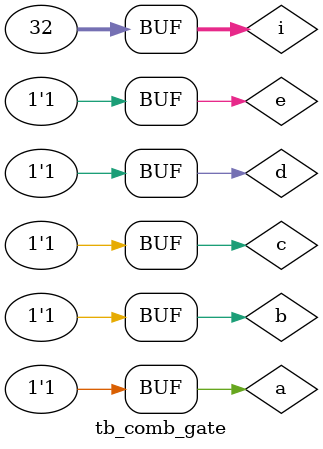
<source format=v>
`timescale 1ns/10ps
module tb_comb_gate;
    reg a, b, c, d, e;
    wire y;
    integer i;

    comb_gate U0(a, b, c, d, e, y);

    initial begin
        a = 0; b = 0; c = 0; d = 0; e = 0;
        for (i = 1; i < 32; i = i+1) begin
            #10 a = i/16;  
                b = (i%16)/8;
                c = (i%8)/4;
                d = (i%4)/2;
                e = i%2;
        end
        #10;    
    end
endmodule
</source>
